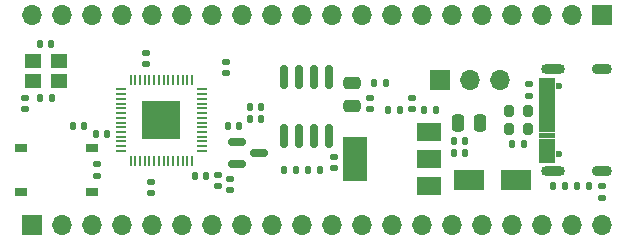
<source format=gbr>
%TF.GenerationSoftware,KiCad,Pcbnew,6.0.2+dfsg-1*%
%TF.CreationDate,2023-01-04T10:20:39-05:00*%
%TF.ProjectId,rp2040-basic-parts,72703230-3430-42d6-9261-7369632d7061,rev?*%
%TF.SameCoordinates,Original*%
%TF.FileFunction,Soldermask,Top*%
%TF.FilePolarity,Negative*%
%FSLAX46Y46*%
G04 Gerber Fmt 4.6, Leading zero omitted, Abs format (unit mm)*
G04 Created by KiCad (PCBNEW 6.0.2+dfsg-1) date 2023-01-04 10:20:39*
%MOMM*%
%LPD*%
G01*
G04 APERTURE LIST*
G04 Aperture macros list*
%AMRoundRect*
0 Rectangle with rounded corners*
0 $1 Rounding radius*
0 $2 $3 $4 $5 $6 $7 $8 $9 X,Y pos of 4 corners*
0 Add a 4 corners polygon primitive as box body*
4,1,4,$2,$3,$4,$5,$6,$7,$8,$9,$2,$3,0*
0 Add four circle primitives for the rounded corners*
1,1,$1+$1,$2,$3*
1,1,$1+$1,$4,$5*
1,1,$1+$1,$6,$7*
1,1,$1+$1,$8,$9*
0 Add four rect primitives between the rounded corners*
20,1,$1+$1,$2,$3,$4,$5,0*
20,1,$1+$1,$4,$5,$6,$7,0*
20,1,$1+$1,$6,$7,$8,$9,0*
20,1,$1+$1,$8,$9,$2,$3,0*%
G04 Aperture macros list end*
%ADD10C,0.010000*%
%ADD11R,1.000000X0.750000*%
%ADD12R,2.000000X1.500000*%
%ADD13R,2.000000X3.800000*%
%ADD14RoundRect,0.140000X0.140000X0.170000X-0.140000X0.170000X-0.140000X-0.170000X0.140000X-0.170000X0*%
%ADD15RoundRect,0.140000X-0.140000X-0.170000X0.140000X-0.170000X0.140000X0.170000X-0.140000X0.170000X0*%
%ADD16RoundRect,0.135000X-0.135000X-0.185000X0.135000X-0.185000X0.135000X0.185000X-0.135000X0.185000X0*%
%ADD17R,1.700000X1.700000*%
%ADD18O,1.700000X1.700000*%
%ADD19R,1.400000X1.200000*%
%ADD20RoundRect,0.250000X0.475000X-0.250000X0.475000X0.250000X-0.475000X0.250000X-0.475000X-0.250000X0*%
%ADD21RoundRect,0.150000X-0.587500X-0.150000X0.587500X-0.150000X0.587500X0.150000X-0.587500X0.150000X0*%
%ADD22RoundRect,0.250000X-0.250000X-0.475000X0.250000X-0.475000X0.250000X0.475000X-0.250000X0.475000X0*%
%ADD23RoundRect,0.140000X0.170000X-0.140000X0.170000X0.140000X-0.170000X0.140000X-0.170000X-0.140000X0*%
%ADD24RoundRect,0.135000X0.135000X0.185000X-0.135000X0.185000X-0.135000X-0.185000X0.135000X-0.185000X0*%
%ADD25RoundRect,0.150000X-0.150000X0.825000X-0.150000X-0.825000X0.150000X-0.825000X0.150000X0.825000X0*%
%ADD26RoundRect,0.135000X-0.185000X0.135000X-0.185000X-0.135000X0.185000X-0.135000X0.185000X0.135000X0*%
%ADD27RoundRect,0.140000X-0.170000X0.140000X-0.170000X-0.140000X0.170000X-0.140000X0.170000X0.140000X0*%
%ADD28R,2.500000X1.800000*%
%ADD29RoundRect,0.050000X-0.050000X0.387500X-0.050000X-0.387500X0.050000X-0.387500X0.050000X0.387500X0*%
%ADD30RoundRect,0.050000X-0.387500X0.050000X-0.387500X-0.050000X0.387500X-0.050000X0.387500X0.050000X0*%
%ADD31R,3.200000X3.200000*%
%ADD32RoundRect,0.200000X-0.200000X-0.275000X0.200000X-0.275000X0.200000X0.275000X-0.200000X0.275000X0*%
%ADD33RoundRect,0.135000X0.185000X-0.135000X0.185000X0.135000X-0.185000X0.135000X-0.185000X-0.135000X0*%
%ADD34C,0.600000*%
%ADD35O,2.000000X0.900000*%
%ADD36O,1.700000X0.900000*%
G04 APERTURE END LIST*
D10*
%TO.C,J1*%
X162270000Y-112440000D02*
X162270000Y-112040000D01*
X162270000Y-112040000D02*
X163510000Y-112040000D01*
X163510000Y-112040000D02*
X163510000Y-112440000D01*
X163510000Y-112440000D02*
X162270000Y-112440000D01*
G36*
X163510000Y-112440000D02*
G01*
X162270000Y-112440000D01*
X162270000Y-112040000D01*
X163510000Y-112040000D01*
X163510000Y-112440000D01*
G37*
X163510000Y-112440000D02*
X162270000Y-112440000D01*
X162270000Y-112040000D01*
X163510000Y-112040000D01*
X163510000Y-112440000D01*
X162270000Y-110940000D02*
X162270000Y-110540000D01*
X162270000Y-110540000D02*
X163510000Y-110540000D01*
X163510000Y-110540000D02*
X163510000Y-110940000D01*
X163510000Y-110940000D02*
X162270000Y-110940000D01*
G36*
X163510000Y-110940000D02*
G01*
X162270000Y-110940000D01*
X162270000Y-110540000D01*
X163510000Y-110540000D01*
X163510000Y-110940000D01*
G37*
X163510000Y-110940000D02*
X162270000Y-110940000D01*
X162270000Y-110540000D01*
X163510000Y-110540000D01*
X163510000Y-110940000D01*
X162270000Y-108940000D02*
X162270000Y-108540000D01*
X162270000Y-108540000D02*
X163510000Y-108540000D01*
X163510000Y-108540000D02*
X163510000Y-108940000D01*
X163510000Y-108940000D02*
X162270000Y-108940000D01*
G36*
X163510000Y-108940000D02*
G01*
X162270000Y-108940000D01*
X162270000Y-108540000D01*
X163510000Y-108540000D01*
X163510000Y-108940000D01*
G37*
X163510000Y-108940000D02*
X162270000Y-108940000D01*
X162270000Y-108540000D01*
X163510000Y-108540000D01*
X163510000Y-108940000D01*
X162270000Y-108440000D02*
X162270000Y-107740000D01*
X162270000Y-107740000D02*
X163510000Y-107740000D01*
X163510000Y-107740000D02*
X163510000Y-108440000D01*
X163510000Y-108440000D02*
X162270000Y-108440000D01*
G36*
X163510000Y-108440000D02*
G01*
X162270000Y-108440000D01*
X162270000Y-107740000D01*
X163510000Y-107740000D01*
X163510000Y-108440000D01*
G37*
X163510000Y-108440000D02*
X162270000Y-108440000D01*
X162270000Y-107740000D01*
X163510000Y-107740000D01*
X163510000Y-108440000D01*
X162270000Y-113240000D02*
X162270000Y-112540000D01*
X162270000Y-112540000D02*
X163510000Y-112540000D01*
X163510000Y-112540000D02*
X163510000Y-113240000D01*
X163510000Y-113240000D02*
X162270000Y-113240000D01*
G36*
X163510000Y-113240000D02*
G01*
X162270000Y-113240000D01*
X162270000Y-112540000D01*
X163510000Y-112540000D01*
X163510000Y-113240000D01*
G37*
X163510000Y-113240000D02*
X162270000Y-113240000D01*
X162270000Y-112540000D01*
X163510000Y-112540000D01*
X163510000Y-113240000D01*
X162270000Y-111440000D02*
X162270000Y-111040000D01*
X162270000Y-111040000D02*
X163510000Y-111040000D01*
X163510000Y-111040000D02*
X163510000Y-111440000D01*
X163510000Y-111440000D02*
X162270000Y-111440000D01*
G36*
X163510000Y-111440000D02*
G01*
X162270000Y-111440000D01*
X162270000Y-111040000D01*
X163510000Y-111040000D01*
X163510000Y-111440000D01*
G37*
X163510000Y-111440000D02*
X162270000Y-111440000D01*
X162270000Y-111040000D01*
X163510000Y-111040000D01*
X163510000Y-111440000D01*
X162270000Y-111940000D02*
X162270000Y-111540000D01*
X162270000Y-111540000D02*
X163510000Y-111540000D01*
X163510000Y-111540000D02*
X163510000Y-111940000D01*
X163510000Y-111940000D02*
X162270000Y-111940000D01*
G36*
X163510000Y-111940000D02*
G01*
X162270000Y-111940000D01*
X162270000Y-111540000D01*
X163510000Y-111540000D01*
X163510000Y-111940000D01*
G37*
X163510000Y-111940000D02*
X162270000Y-111940000D01*
X162270000Y-111540000D01*
X163510000Y-111540000D01*
X163510000Y-111940000D01*
X162270000Y-107640000D02*
X162270000Y-106940000D01*
X162270000Y-106940000D02*
X163510000Y-106940000D01*
X163510000Y-106940000D02*
X163510000Y-107640000D01*
X163510000Y-107640000D02*
X162270000Y-107640000D01*
G36*
X163510000Y-107640000D02*
G01*
X162270000Y-107640000D01*
X162270000Y-106940000D01*
X163510000Y-106940000D01*
X163510000Y-107640000D01*
G37*
X163510000Y-107640000D02*
X162270000Y-107640000D01*
X162270000Y-106940000D01*
X163510000Y-106940000D01*
X163510000Y-107640000D01*
X162270000Y-109940000D02*
X162270000Y-109540000D01*
X162270000Y-109540000D02*
X163510000Y-109540000D01*
X163510000Y-109540000D02*
X163510000Y-109940000D01*
X163510000Y-109940000D02*
X162270000Y-109940000D01*
G36*
X163510000Y-109940000D02*
G01*
X162270000Y-109940000D01*
X162270000Y-109540000D01*
X163510000Y-109540000D01*
X163510000Y-109940000D01*
G37*
X163510000Y-109940000D02*
X162270000Y-109940000D01*
X162270000Y-109540000D01*
X163510000Y-109540000D01*
X163510000Y-109940000D01*
X162270000Y-110440000D02*
X162270000Y-110040000D01*
X162270000Y-110040000D02*
X163510000Y-110040000D01*
X163510000Y-110040000D02*
X163510000Y-110440000D01*
X163510000Y-110440000D02*
X162270000Y-110440000D01*
G36*
X163510000Y-110440000D02*
G01*
X162270000Y-110440000D01*
X162270000Y-110040000D01*
X163510000Y-110040000D01*
X163510000Y-110440000D01*
G37*
X163510000Y-110440000D02*
X162270000Y-110440000D01*
X162270000Y-110040000D01*
X163510000Y-110040000D01*
X163510000Y-110440000D01*
X162270000Y-109440000D02*
X162270000Y-109040000D01*
X162270000Y-109040000D02*
X163510000Y-109040000D01*
X163510000Y-109040000D02*
X163510000Y-109440000D01*
X163510000Y-109440000D02*
X162270000Y-109440000D01*
G36*
X163510000Y-109440000D02*
G01*
X162270000Y-109440000D01*
X162270000Y-109040000D01*
X163510000Y-109040000D01*
X163510000Y-109440000D01*
G37*
X163510000Y-109440000D02*
X162270000Y-109440000D01*
X162270000Y-109040000D01*
X163510000Y-109040000D01*
X163510000Y-109440000D01*
X162270000Y-114040000D02*
X162270000Y-113340000D01*
X162270000Y-113340000D02*
X163510000Y-113340000D01*
X163510000Y-113340000D02*
X163510000Y-114040000D01*
X163510000Y-114040000D02*
X162270000Y-114040000D01*
G36*
X163510000Y-114040000D02*
G01*
X162270000Y-114040000D01*
X162270000Y-113340000D01*
X163510000Y-113340000D01*
X163510000Y-114040000D01*
G37*
X163510000Y-114040000D02*
X162270000Y-114040000D01*
X162270000Y-113340000D01*
X163510000Y-113340000D01*
X163510000Y-114040000D01*
%TD*%
D11*
%TO.C,SW1*%
X124412000Y-112806000D03*
X118412000Y-112806000D03*
X118412000Y-116556000D03*
X124412000Y-116556000D03*
%TD*%
D12*
%TO.C,U1*%
X153010000Y-116092000D03*
X153010000Y-113792000D03*
D13*
X146710000Y-113792000D03*
D12*
X153010000Y-111492000D03*
%TD*%
D14*
%TO.C,C10*%
X121003000Y-104013000D03*
X120043000Y-104013000D03*
%TD*%
D15*
%TO.C,C8*%
X137823000Y-109347000D03*
X138783000Y-109347000D03*
%TD*%
D16*
%TO.C,R11*%
X148336000Y-107315000D03*
X149356000Y-107315000D03*
%TD*%
D17*
%TO.C,J2*%
X167640000Y-101600000D03*
D18*
X165100000Y-101600000D03*
X162560000Y-101600000D03*
X160020000Y-101600000D03*
X157480000Y-101600000D03*
X154940000Y-101600000D03*
X152400000Y-101600000D03*
X149860000Y-101600000D03*
X147320000Y-101600000D03*
X144780000Y-101600000D03*
X142240000Y-101600000D03*
X139700000Y-101600000D03*
X137160000Y-101600000D03*
X134620000Y-101600000D03*
X132080000Y-101600000D03*
X129540000Y-101600000D03*
X127000000Y-101600000D03*
X124460000Y-101600000D03*
X121920000Y-101600000D03*
X119380000Y-101600000D03*
%TD*%
D19*
%TO.C,U2*%
X121623000Y-105449000D03*
X119423000Y-105449000D03*
X119423000Y-107149000D03*
X121623000Y-107149000D03*
%TD*%
D16*
%TO.C,R8*%
X149477000Y-109601000D03*
X150497000Y-109601000D03*
%TD*%
D20*
%TO.C,C5*%
X146431000Y-109281000D03*
X146431000Y-107381000D03*
%TD*%
D21*
%TO.C,Q1*%
X136730500Y-112334000D03*
X136730500Y-114234000D03*
X138605500Y-113284000D03*
%TD*%
D15*
%TO.C,C1*%
X155095000Y-113284000D03*
X156055000Y-113284000D03*
%TD*%
D22*
%TO.C,C2*%
X155387000Y-110744000D03*
X157287000Y-110744000D03*
%TD*%
D23*
%TO.C,C13*%
X129032000Y-105763000D03*
X129032000Y-104803000D03*
%TD*%
D14*
%TO.C,C18*%
X123797000Y-110998000D03*
X122837000Y-110998000D03*
%TD*%
D24*
%TO.C,R9*%
X121033000Y-108585000D03*
X120013000Y-108585000D03*
%TD*%
D25*
%TO.C,U4*%
X144526000Y-106872000D03*
X143256000Y-106872000D03*
X141986000Y-106872000D03*
X140716000Y-106872000D03*
X140716000Y-111822000D03*
X141986000Y-111822000D03*
X143256000Y-111822000D03*
X144526000Y-111822000D03*
%TD*%
D16*
%TO.C,R1*%
X163447000Y-116078000D03*
X164467000Y-116078000D03*
%TD*%
D24*
%TO.C,R7*%
X153545000Y-109601000D03*
X152525000Y-109601000D03*
%TD*%
D15*
%TO.C,C16*%
X135918000Y-110998000D03*
X136878000Y-110998000D03*
%TD*%
D26*
%TO.C,R10*%
X124841000Y-114171000D03*
X124841000Y-115191000D03*
%TD*%
D27*
%TO.C,C12*%
X135128000Y-115090000D03*
X135128000Y-116050000D03*
%TD*%
D24*
%TO.C,R5*%
X143766000Y-114681000D03*
X142746000Y-114681000D03*
%TD*%
D26*
%TO.C,R13*%
X161417000Y-107440000D03*
X161417000Y-108460000D03*
%TD*%
D15*
%TO.C,C15*%
X133124000Y-115189000D03*
X134084000Y-115189000D03*
%TD*%
D16*
%TO.C,R12*%
X160018000Y-112522000D03*
X161038000Y-112522000D03*
%TD*%
D28*
%TO.C,D1*%
X156369000Y-115570000D03*
X160369000Y-115570000D03*
%TD*%
D17*
%TO.C,J3*%
X119380000Y-119380000D03*
D18*
X121920000Y-119380000D03*
X124460000Y-119380000D03*
X127000000Y-119380000D03*
X129540000Y-119380000D03*
X132080000Y-119380000D03*
X134620000Y-119380000D03*
X137160000Y-119380000D03*
X139700000Y-119380000D03*
X142240000Y-119380000D03*
X144780000Y-119380000D03*
X147320000Y-119380000D03*
X149860000Y-119380000D03*
X152400000Y-119380000D03*
X154940000Y-119380000D03*
X157480000Y-119380000D03*
X160020000Y-119380000D03*
X162560000Y-119380000D03*
X165100000Y-119380000D03*
X167640000Y-119380000D03*
%TD*%
D23*
%TO.C,C19*%
X135763000Y-106525000D03*
X135763000Y-105565000D03*
%TD*%
%TO.C,C4*%
X147955000Y-109573000D03*
X147955000Y-108613000D03*
%TD*%
D29*
%TO.C,U3*%
X132902000Y-107052500D03*
X132502000Y-107052500D03*
X132102000Y-107052500D03*
X131702000Y-107052500D03*
X131302000Y-107052500D03*
X130902000Y-107052500D03*
X130502000Y-107052500D03*
X130102000Y-107052500D03*
X129702000Y-107052500D03*
X129302000Y-107052500D03*
X128902000Y-107052500D03*
X128502000Y-107052500D03*
X128102000Y-107052500D03*
X127702000Y-107052500D03*
D30*
X126864500Y-107890000D03*
X126864500Y-108290000D03*
X126864500Y-108690000D03*
X126864500Y-109090000D03*
X126864500Y-109490000D03*
X126864500Y-109890000D03*
X126864500Y-110290000D03*
X126864500Y-110690000D03*
X126864500Y-111090000D03*
X126864500Y-111490000D03*
X126864500Y-111890000D03*
X126864500Y-112290000D03*
X126864500Y-112690000D03*
X126864500Y-113090000D03*
D29*
X127702000Y-113927500D03*
X128102000Y-113927500D03*
X128502000Y-113927500D03*
X128902000Y-113927500D03*
X129302000Y-113927500D03*
X129702000Y-113927500D03*
X130102000Y-113927500D03*
X130502000Y-113927500D03*
X130902000Y-113927500D03*
X131302000Y-113927500D03*
X131702000Y-113927500D03*
X132102000Y-113927500D03*
X132502000Y-113927500D03*
X132902000Y-113927500D03*
D30*
X133739500Y-113090000D03*
X133739500Y-112690000D03*
X133739500Y-112290000D03*
X133739500Y-111890000D03*
X133739500Y-111490000D03*
X133739500Y-111090000D03*
X133739500Y-110690000D03*
X133739500Y-110290000D03*
X133739500Y-109890000D03*
X133739500Y-109490000D03*
X133739500Y-109090000D03*
X133739500Y-108690000D03*
X133739500Y-108290000D03*
X133739500Y-107890000D03*
D31*
X130302000Y-110490000D03*
%TD*%
D32*
%TO.C,R4*%
X159703000Y-111252000D03*
X161353000Y-111252000D03*
%TD*%
D16*
%TO.C,R6*%
X140714000Y-114681000D03*
X141734000Y-114681000D03*
%TD*%
%TO.C,R2*%
X165479000Y-116078000D03*
X166499000Y-116078000D03*
%TD*%
D27*
%TO.C,C6*%
X136144000Y-115471000D03*
X136144000Y-116431000D03*
%TD*%
D23*
%TO.C,C9*%
X151511000Y-109573000D03*
X151511000Y-108613000D03*
%TD*%
D14*
%TO.C,C7*%
X125702000Y-111633000D03*
X124742000Y-111633000D03*
%TD*%
D15*
%TO.C,C17*%
X137823000Y-110363000D03*
X138783000Y-110363000D03*
%TD*%
D27*
%TO.C,C11*%
X118745000Y-108613000D03*
X118745000Y-109573000D03*
%TD*%
D17*
%TO.C,JP1*%
X153939000Y-107061000D03*
D18*
X156479000Y-107061000D03*
X159019000Y-107061000D03*
%TD*%
D15*
%TO.C,C3*%
X155095000Y-112268000D03*
X156055000Y-112268000D03*
%TD*%
D32*
%TO.C,R3*%
X159703000Y-109728000D03*
X161353000Y-109728000D03*
%TD*%
D27*
%TO.C,C14*%
X129413000Y-115725000D03*
X129413000Y-116685000D03*
%TD*%
%TO.C,C20*%
X144907000Y-113566000D03*
X144907000Y-114526000D03*
%TD*%
D33*
%TO.C,R14*%
X167640000Y-117096000D03*
X167640000Y-116076000D03*
%TD*%
D34*
%TO.C,J1*%
X163960000Y-107600000D03*
X163960000Y-113380000D03*
D35*
X163470000Y-114815000D03*
X163470000Y-106165000D03*
D36*
X167640000Y-114815000D03*
X167640000Y-106165000D03*
%TD*%
M02*

</source>
